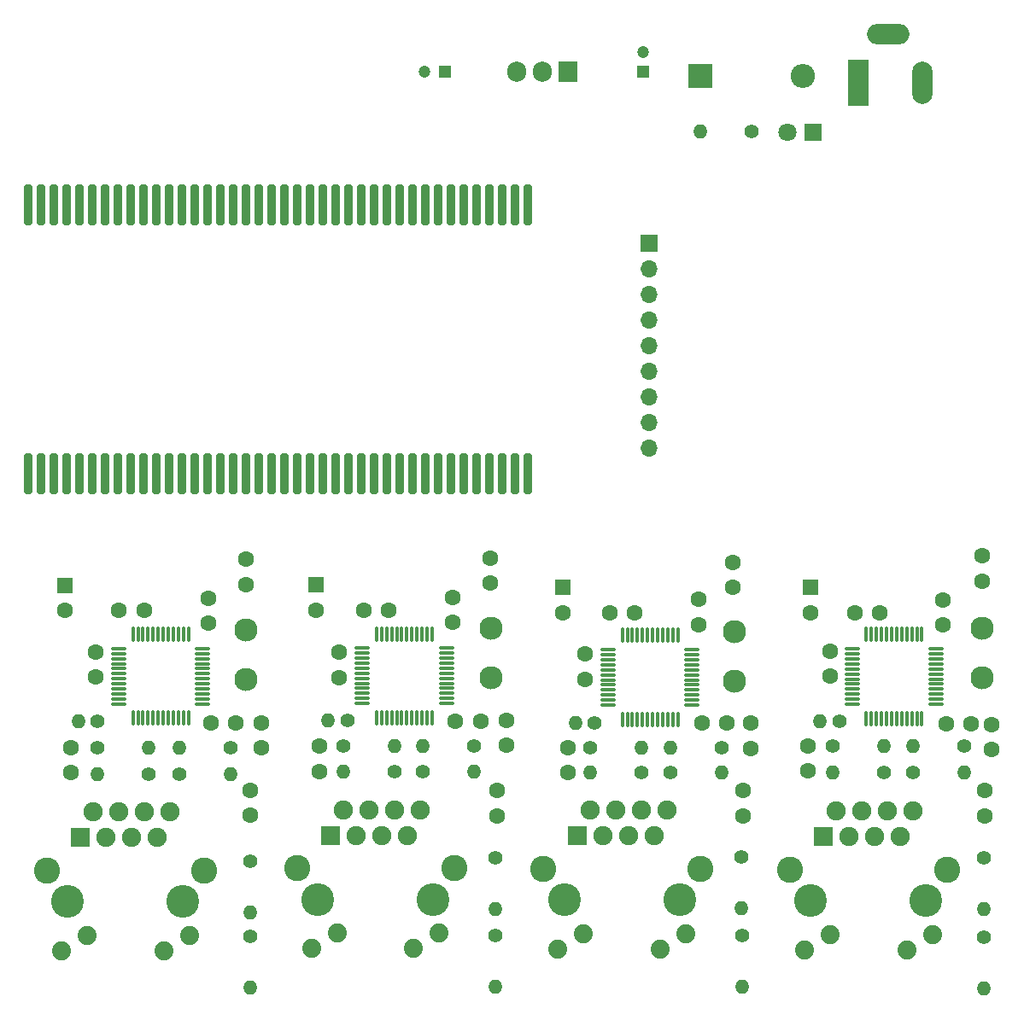
<source format=gts>
G04 #@! TF.GenerationSoftware,KiCad,Pcbnew,(6.0.4)*
G04 #@! TF.CreationDate,2022-04-25T08:26:24+09:00*
G04 #@! TF.ProjectId,pico_router,7069636f-5f72-46f7-9574-65722e6b6963,rev?*
G04 #@! TF.SameCoordinates,Original*
G04 #@! TF.FileFunction,Soldermask,Top*
G04 #@! TF.FilePolarity,Negative*
%FSLAX46Y46*%
G04 Gerber Fmt 4.6, Leading zero omitted, Abs format (unit mm)*
G04 Created by KiCad (PCBNEW (6.0.4)) date 2022-04-25 08:26:24*
%MOMM*%
%LPD*%
G01*
G04 APERTURE LIST*
G04 Aperture macros list*
%AMRoundRect*
0 Rectangle with rounded corners*
0 $1 Rounding radius*
0 $2 $3 $4 $5 $6 $7 $8 $9 X,Y pos of 4 corners*
0 Add a 4 corners polygon primitive as box body*
4,1,4,$2,$3,$4,$5,$6,$7,$8,$9,$2,$3,0*
0 Add four circle primitives for the rounded corners*
1,1,$1+$1,$2,$3*
1,1,$1+$1,$4,$5*
1,1,$1+$1,$6,$7*
1,1,$1+$1,$8,$9*
0 Add four rect primitives between the rounded corners*
20,1,$1+$1,$2,$3,$4,$5,0*
20,1,$1+$1,$4,$5,$6,$7,0*
20,1,$1+$1,$6,$7,$8,$9,0*
20,1,$1+$1,$8,$9,$2,$3,0*%
G04 Aperture macros list end*
%ADD10C,1.600000*%
%ADD11C,1.400000*%
%ADD12O,1.400000X1.400000*%
%ADD13R,1.905000X2.000000*%
%ADD14O,1.905000X2.000000*%
%ADD15R,1.700000X1.700000*%
%ADD16O,1.700000X1.700000*%
%ADD17RoundRect,0.075000X-0.075000X0.662500X-0.075000X-0.662500X0.075000X-0.662500X0.075000X0.662500X0*%
%ADD18RoundRect,0.075000X-0.662500X0.075000X-0.662500X-0.075000X0.662500X-0.075000X0.662500X0.075000X0*%
%ADD19R,2.400000X2.400000*%
%ADD20O,2.400000X2.400000*%
%ADD21R,1.200000X1.200000*%
%ADD22C,1.200000*%
%ADD23R,1.600000X1.600000*%
%ADD24C,3.250000*%
%ADD25C,2.600000*%
%ADD26C,1.890000*%
%ADD27R,1.900000X1.900000*%
%ADD28C,1.900000*%
%ADD29C,2.300000*%
%ADD30RoundRect,0.200000X-0.200000X1.800000X-0.200000X-1.800000X0.200000X-1.800000X0.200000X1.800000X0*%
%ADD31R,2.000000X4.600000*%
%ADD32O,2.000000X4.200000*%
%ADD33O,4.200000X2.000000*%
%ADD34R,1.800000X1.800000*%
%ADD35C,1.800000*%
G04 APERTURE END LIST*
D10*
X195966400Y-120904000D03*
X193466400Y-120904000D03*
D11*
X166171800Y-125688600D03*
D12*
X171251800Y-125688600D03*
D13*
X156006800Y-56235600D03*
D14*
X153466800Y-56235600D03*
X150926800Y-56235600D03*
D10*
X168960800Y-111043600D03*
X168960800Y-108543600D03*
D11*
X114443000Y-125882400D03*
D12*
X109363000Y-125882400D03*
D10*
X181991000Y-113665000D03*
X181991000Y-116165000D03*
X138257600Y-109626400D03*
X135757600Y-109626400D03*
X148945600Y-130000000D03*
X148945600Y-127500000D03*
D11*
X148767800Y-141935200D03*
D12*
X148767800Y-147015200D03*
D15*
X164007800Y-73202800D03*
D16*
X164007800Y-75742800D03*
X164007800Y-78282800D03*
X164007800Y-80822800D03*
X164007800Y-83362800D03*
X164007800Y-85902800D03*
X164007800Y-88442800D03*
X164007800Y-90982800D03*
X164007800Y-93522800D03*
D17*
X191091000Y-112042500D03*
X190591000Y-112042500D03*
X190091000Y-112042500D03*
X189591000Y-112042500D03*
X189091000Y-112042500D03*
X188591000Y-112042500D03*
X188091000Y-112042500D03*
X187591000Y-112042500D03*
X187091000Y-112042500D03*
X186591000Y-112042500D03*
X186091000Y-112042500D03*
X185591000Y-112042500D03*
D18*
X184178500Y-113455000D03*
X184178500Y-113955000D03*
X184178500Y-114455000D03*
X184178500Y-114955000D03*
X184178500Y-115455000D03*
X184178500Y-115955000D03*
X184178500Y-116455000D03*
X184178500Y-116955000D03*
X184178500Y-117455000D03*
X184178500Y-117955000D03*
X184178500Y-118455000D03*
X184178500Y-118955000D03*
D17*
X185591000Y-120367500D03*
X186091000Y-120367500D03*
X186591000Y-120367500D03*
X187091000Y-120367500D03*
X187591000Y-120367500D03*
X188091000Y-120367500D03*
X188591000Y-120367500D03*
X189091000Y-120367500D03*
X189591000Y-120367500D03*
X190091000Y-120367500D03*
X190591000Y-120367500D03*
X191091000Y-120367500D03*
D18*
X192503500Y-118955000D03*
X192503500Y-118455000D03*
X192503500Y-117955000D03*
X192503500Y-117455000D03*
X192503500Y-116955000D03*
X192503500Y-116455000D03*
X192503500Y-115955000D03*
X192503500Y-115455000D03*
X192503500Y-114955000D03*
X192503500Y-114455000D03*
X192503500Y-113955000D03*
X192503500Y-113455000D03*
D10*
X144602200Y-110825600D03*
X144602200Y-108325600D03*
X106730800Y-125760800D03*
X106730800Y-123260800D03*
X186924000Y-109855000D03*
X184424000Y-109855000D03*
X109169200Y-113761200D03*
X109169200Y-116261200D03*
X133324600Y-113812000D03*
X133324600Y-116312000D03*
D11*
X124510800Y-134543800D03*
D12*
X124510800Y-139623800D03*
D10*
X157734000Y-113964400D03*
X157734000Y-116464400D03*
X174142400Y-120847800D03*
X174142400Y-123347800D03*
D17*
X166884800Y-112128100D03*
X166384800Y-112128100D03*
X165884800Y-112128100D03*
X165384800Y-112128100D03*
X164884800Y-112128100D03*
X164384800Y-112128100D03*
X163884800Y-112128100D03*
X163384800Y-112128100D03*
X162884800Y-112128100D03*
X162384800Y-112128100D03*
X161884800Y-112128100D03*
X161384800Y-112128100D03*
D18*
X159972300Y-113540600D03*
X159972300Y-114040600D03*
X159972300Y-114540600D03*
X159972300Y-115040600D03*
X159972300Y-115540600D03*
X159972300Y-116040600D03*
X159972300Y-116540600D03*
X159972300Y-117040600D03*
X159972300Y-117540600D03*
X159972300Y-118040600D03*
X159972300Y-118540600D03*
X159972300Y-119040600D03*
D17*
X161384800Y-120453100D03*
X161884800Y-120453100D03*
X162384800Y-120453100D03*
X162884800Y-120453100D03*
X163384800Y-120453100D03*
X163884800Y-120453100D03*
X164384800Y-120453100D03*
X164884800Y-120453100D03*
X165384800Y-120453100D03*
X165884800Y-120453100D03*
X166384800Y-120453100D03*
X166884800Y-120453100D03*
D18*
X168297300Y-119040600D03*
X168297300Y-118540600D03*
X168297300Y-118040600D03*
X168297300Y-117540600D03*
X168297300Y-117040600D03*
X168297300Y-116540600D03*
X168297300Y-116040600D03*
X168297300Y-115540600D03*
X168297300Y-115040600D03*
X168297300Y-114540600D03*
X168297300Y-114040600D03*
X168297300Y-113540600D03*
D19*
X169108200Y-56642000D03*
D20*
X179268200Y-56642000D03*
D21*
X163449000Y-56243000D03*
D22*
X163449000Y-54243000D03*
D10*
X124053600Y-107066400D03*
X124053600Y-104566400D03*
X124510800Y-129977200D03*
X124510800Y-127477200D03*
D11*
X158664400Y-120827800D03*
D12*
X156764400Y-120827800D03*
D17*
X142526200Y-111966300D03*
X142026200Y-111966300D03*
X141526200Y-111966300D03*
X141026200Y-111966300D03*
X140526200Y-111966300D03*
X140026200Y-111966300D03*
X139526200Y-111966300D03*
X139026200Y-111966300D03*
X138526200Y-111966300D03*
X138026200Y-111966300D03*
X137526200Y-111966300D03*
X137026200Y-111966300D03*
D18*
X135613700Y-113378800D03*
X135613700Y-113878800D03*
X135613700Y-114378800D03*
X135613700Y-114878800D03*
X135613700Y-115378800D03*
X135613700Y-115878800D03*
X135613700Y-116378800D03*
X135613700Y-116878800D03*
X135613700Y-117378800D03*
X135613700Y-117878800D03*
X135613700Y-118378800D03*
X135613700Y-118878800D03*
D17*
X137026200Y-120291300D03*
X137526200Y-120291300D03*
X138026200Y-120291300D03*
X138526200Y-120291300D03*
X139026200Y-120291300D03*
X139526200Y-120291300D03*
X140026200Y-120291300D03*
X140526200Y-120291300D03*
X141026200Y-120291300D03*
X141526200Y-120291300D03*
X142026200Y-120291300D03*
X142526200Y-120291300D03*
D18*
X143938700Y-118878800D03*
X143938700Y-118378800D03*
X143938700Y-117878800D03*
X143938700Y-117378800D03*
X143938700Y-116878800D03*
X143938700Y-116378800D03*
X143938700Y-115878800D03*
X143938700Y-115378800D03*
X143938700Y-114878800D03*
X143938700Y-114378800D03*
X143938700Y-113878800D03*
X143938700Y-113378800D03*
D10*
X162616200Y-109889800D03*
X160116200Y-109889800D03*
X144850800Y-120675400D03*
X147350800Y-120675400D03*
X125603000Y-120797000D03*
X125603000Y-123297000D03*
X179781200Y-125557600D03*
X179781200Y-123057600D03*
D11*
X138827000Y-125653800D03*
D12*
X133747000Y-125653800D03*
D11*
X163261800Y-125688600D03*
D12*
X158181800Y-125688600D03*
D17*
X118370800Y-112017100D03*
X117870800Y-112017100D03*
X117370800Y-112017100D03*
X116870800Y-112017100D03*
X116370800Y-112017100D03*
X115870800Y-112017100D03*
X115370800Y-112017100D03*
X114870800Y-112017100D03*
X114370800Y-112017100D03*
X113870800Y-112017100D03*
X113370800Y-112017100D03*
X112870800Y-112017100D03*
D18*
X111458300Y-113429600D03*
X111458300Y-113929600D03*
X111458300Y-114429600D03*
X111458300Y-114929600D03*
X111458300Y-115429600D03*
X111458300Y-115929600D03*
X111458300Y-116429600D03*
X111458300Y-116929600D03*
X111458300Y-117429600D03*
X111458300Y-117929600D03*
X111458300Y-118429600D03*
X111458300Y-118929600D03*
D17*
X112870800Y-120342100D03*
X113370800Y-120342100D03*
X113870800Y-120342100D03*
X114370800Y-120342100D03*
X114870800Y-120342100D03*
X115370800Y-120342100D03*
X115870800Y-120342100D03*
X116370800Y-120342100D03*
X116870800Y-120342100D03*
X117370800Y-120342100D03*
X117870800Y-120342100D03*
X118370800Y-120342100D03*
D18*
X119783300Y-118929600D03*
X119783300Y-118429600D03*
X119783300Y-117929600D03*
X119783300Y-117429600D03*
X119783300Y-116929600D03*
X119783300Y-116429600D03*
X119783300Y-115929600D03*
X119783300Y-115429600D03*
X119783300Y-114929600D03*
X119783300Y-114429600D03*
X119783300Y-113929600D03*
X119783300Y-113429600D03*
D23*
X155473400Y-107354488D03*
D10*
X155473400Y-109854488D03*
D11*
X141589000Y-125679200D03*
D12*
X146669000Y-125679200D03*
D24*
X131216400Y-138298400D03*
X142646400Y-138298400D03*
D25*
X144706400Y-135248400D03*
X129156400Y-135248400D03*
D26*
X143256400Y-141678400D03*
X140716400Y-143198400D03*
X133146400Y-141678400D03*
X130606400Y-143198400D03*
D27*
X132486400Y-131958400D03*
D28*
X133756400Y-129418400D03*
X135026400Y-131958400D03*
X136296400Y-129418400D03*
X137566400Y-131958400D03*
X138836400Y-129418400D03*
X140106400Y-131958400D03*
X141376400Y-129418400D03*
D11*
X158165800Y-123240800D03*
D12*
X163245800Y-123240800D03*
D29*
X148361400Y-111392800D03*
X148361400Y-116292800D03*
D11*
X148844000Y-134162800D03*
D12*
X148844000Y-139242800D03*
D11*
X171246800Y-123291600D03*
D12*
X166166800Y-123291600D03*
D23*
X106172000Y-107177200D03*
D10*
X106172000Y-109677200D03*
X148259800Y-106964800D03*
X148259800Y-104464800D03*
X149936200Y-120517600D03*
X149936200Y-123017600D03*
X169260200Y-120811800D03*
X171760200Y-120811800D03*
D11*
X109388400Y-120624600D03*
D12*
X107488400Y-120624600D03*
D11*
X117449600Y-125907800D03*
D12*
X122529600Y-125907800D03*
D11*
X182270400Y-123063000D03*
D12*
X187350400Y-123063000D03*
D11*
X197256400Y-134162800D03*
D12*
X197256400Y-139242800D03*
D10*
X197993000Y-120949400D03*
X197993000Y-123449400D03*
D29*
X124053600Y-111621400D03*
X124053600Y-116521400D03*
D24*
X180086000Y-138400000D03*
X191516000Y-138400000D03*
D25*
X193576000Y-135350000D03*
X178026000Y-135350000D03*
D26*
X192126000Y-141780000D03*
X189586000Y-143300000D03*
X182016000Y-141780000D03*
X179476000Y-143300000D03*
D27*
X181356000Y-132060000D03*
D28*
X182626000Y-129520000D03*
X183896000Y-132060000D03*
X185166000Y-129520000D03*
X186436000Y-132060000D03*
X187706000Y-129520000D03*
X188976000Y-132060000D03*
X190246000Y-129520000D03*
D11*
X190220600Y-125730000D03*
D12*
X195300600Y-125730000D03*
D30*
X152044400Y-69418200D03*
X150774400Y-69418200D03*
X149504400Y-69418200D03*
X148234400Y-69418200D03*
X146964400Y-69418200D03*
X145694400Y-69418200D03*
X144424400Y-69418200D03*
X143154400Y-69418200D03*
X141884400Y-69418200D03*
X140614400Y-69418200D03*
X139344400Y-69418200D03*
X138074400Y-69418200D03*
X136804400Y-69418200D03*
X135534400Y-69418200D03*
X134264400Y-69418200D03*
X132994400Y-69418200D03*
X131724400Y-69418200D03*
X130454400Y-69418200D03*
X129184400Y-69418200D03*
X127914400Y-69418200D03*
X126644400Y-69418200D03*
X125374400Y-69418200D03*
X124104400Y-69418200D03*
X122834400Y-69418200D03*
X121564400Y-69418200D03*
X120294400Y-69418200D03*
X119024400Y-69418200D03*
X117754400Y-69418200D03*
X116484400Y-69418200D03*
X115214400Y-69418200D03*
X113944400Y-69418200D03*
X112674400Y-69418200D03*
X111404400Y-69418200D03*
X110134400Y-69418200D03*
X108864400Y-69418200D03*
X107594400Y-69418200D03*
X106324400Y-69418200D03*
X105054400Y-69418200D03*
X103784400Y-69418200D03*
X102514400Y-69418200D03*
X152044400Y-96088200D03*
X150774400Y-96088200D03*
X149504400Y-96088200D03*
X148234400Y-96088200D03*
X146964400Y-96088200D03*
X145694400Y-96088200D03*
X144424400Y-96088200D03*
X143154400Y-96088200D03*
X141884400Y-96088200D03*
X140614400Y-96088200D03*
X139344400Y-96088200D03*
X138074400Y-96088200D03*
X136804400Y-96088200D03*
X135534400Y-96088200D03*
X134264400Y-96088200D03*
X132994400Y-96088200D03*
X131724400Y-96088200D03*
X130454400Y-96088200D03*
X129184400Y-96088200D03*
X127914400Y-96088200D03*
X126644400Y-96088200D03*
X125374400Y-96088200D03*
X124104400Y-96088200D03*
X122834400Y-96088200D03*
X121564400Y-96088200D03*
X120294400Y-96088200D03*
X119024400Y-96088200D03*
X117754400Y-96088200D03*
X116484400Y-96088200D03*
X115214400Y-96088200D03*
X113944400Y-96088200D03*
X112674400Y-96088200D03*
X111404400Y-96088200D03*
X110134400Y-96088200D03*
X108864400Y-96088200D03*
X107594400Y-96088200D03*
X106324400Y-96088200D03*
X105054400Y-96088200D03*
X103784400Y-96088200D03*
X102514400Y-96088200D03*
D11*
X197205600Y-142087600D03*
D12*
X197205600Y-147167600D03*
D11*
X133731000Y-123113800D03*
D12*
X138811000Y-123113800D03*
D21*
X143814800Y-56228201D03*
D22*
X141814800Y-56228201D03*
D11*
X134128000Y-120599200D03*
D12*
X132228000Y-120599200D03*
D11*
X109372400Y-123240800D03*
D12*
X114452400Y-123240800D03*
D11*
X173228000Y-134112000D03*
D12*
X173228000Y-139192000D03*
D29*
X197027800Y-111392800D03*
X197027800Y-116292800D03*
D10*
X131368800Y-125608400D03*
X131368800Y-123108400D03*
D11*
X182896000Y-120650000D03*
D12*
X180996000Y-120650000D03*
D10*
X120396000Y-110927200D03*
X120396000Y-108427200D03*
X114000600Y-109677200D03*
X111500600Y-109677200D03*
D24*
X167055800Y-138358600D03*
X155625800Y-138358600D03*
D25*
X169115800Y-135308600D03*
X153565800Y-135308600D03*
D26*
X167665800Y-141738600D03*
X165125800Y-143258600D03*
X157555800Y-141738600D03*
X155015800Y-143258600D03*
D27*
X156895800Y-132018600D03*
D28*
X158165800Y-129478600D03*
X159435800Y-132018600D03*
X160705800Y-129478600D03*
X161975800Y-132018600D03*
X163245800Y-129478600D03*
X164515800Y-132018600D03*
X165785800Y-129478600D03*
D23*
X130987800Y-107100488D03*
D10*
X130987800Y-109600488D03*
D11*
X146659600Y-123139200D03*
D12*
X141579600Y-123139200D03*
D24*
X117856000Y-138527000D03*
X106426000Y-138527000D03*
D25*
X119916000Y-135477000D03*
X104366000Y-135477000D03*
D26*
X118466000Y-141907000D03*
X115926000Y-143427000D03*
X108356000Y-141907000D03*
X105816000Y-143427000D03*
D27*
X107696000Y-132187000D03*
D28*
X108966000Y-129647000D03*
X110236000Y-132187000D03*
X111506000Y-129647000D03*
X112776000Y-132187000D03*
X114046000Y-129647000D03*
X115316000Y-132187000D03*
X116586000Y-129647000D03*
D10*
X193167000Y-111085000D03*
X193167000Y-108585000D03*
D29*
X172516800Y-111723000D03*
X172516800Y-116623000D03*
D10*
X197027800Y-106736200D03*
X197027800Y-104236200D03*
D11*
X195300600Y-123113800D03*
D12*
X190220600Y-123113800D03*
D11*
X174193200Y-62179200D03*
D12*
X169113200Y-62179200D03*
D10*
X156032200Y-125735400D03*
X156032200Y-123235400D03*
D11*
X124510800Y-141960600D03*
D12*
X124510800Y-147040600D03*
D23*
X180035200Y-107354488D03*
D10*
X180035200Y-109854488D03*
D11*
X187341000Y-125730000D03*
D12*
X182261000Y-125730000D03*
D11*
X122529600Y-123291600D03*
D12*
X117449600Y-123291600D03*
D10*
X173380400Y-130000000D03*
X173380400Y-127500000D03*
X120568400Y-120777000D03*
X123068400Y-120777000D03*
D31*
X184810400Y-57302400D03*
D32*
X191110400Y-57302400D03*
D33*
X187710400Y-52502400D03*
D34*
X180314600Y-62204600D03*
D35*
X177774600Y-62204600D03*
D10*
X197358000Y-130000000D03*
X197358000Y-127500000D03*
X172339000Y-107371200D03*
X172339000Y-104871200D03*
D11*
X173278800Y-141935200D03*
D12*
X173278800Y-147015200D03*
M02*

</source>
